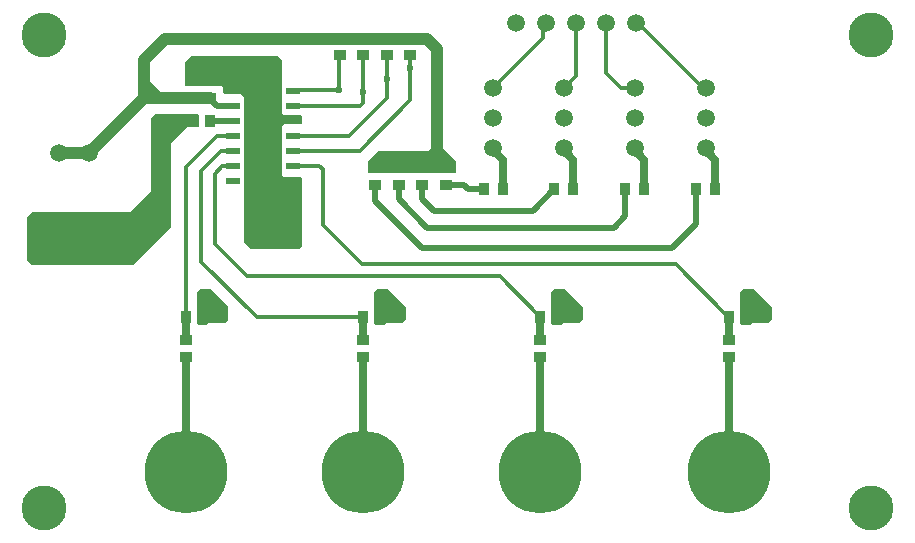
<source format=gtl>
G04*
G04 #@! TF.GenerationSoftware,Altium Limited,Altium Designer,25.6.2 (33)*
G04*
G04 Layer_Physical_Order=1*
G04 Layer_Color=255*
%FSLAX44Y44*%
%MOMM*%
G71*
G04*
G04 #@! TF.SameCoordinates,4775BEC2-559F-4D98-837A-9A644487F7FC*
G04*
G04*
G04 #@! TF.FilePolarity,Positive*
G04*
G01*
G75*
G04:AMPARAMS|DCode=14|XSize=0.8mm|YSize=0.95mm|CornerRadius=0.012mm|HoleSize=0mm|Usage=FLASHONLY|Rotation=270.000|XOffset=0mm|YOffset=0mm|HoleType=Round|Shape=RoundedRectangle|*
%AMROUNDEDRECTD14*
21,1,0.8000,0.9260,0,0,270.0*
21,1,0.7760,0.9500,0,0,270.0*
1,1,0.0240,-0.4630,-0.3880*
1,1,0.0240,-0.4630,0.3880*
1,1,0.0240,0.4630,0.3880*
1,1,0.0240,0.4630,-0.3880*
%
%ADD14ROUNDEDRECTD14*%
G04:AMPARAMS|DCode=15|XSize=0.8mm|YSize=0.95mm|CornerRadius=0.012mm|HoleSize=0mm|Usage=FLASHONLY|Rotation=180.000|XOffset=0mm|YOffset=0mm|HoleType=Round|Shape=RoundedRectangle|*
%AMROUNDEDRECTD15*
21,1,0.8000,0.9260,0,0,180.0*
21,1,0.7760,0.9500,0,0,180.0*
1,1,0.0240,-0.3880,0.4630*
1,1,0.0240,0.3880,0.4630*
1,1,0.0240,0.3880,-0.4630*
1,1,0.0240,-0.3880,-0.4630*
%
%ADD15ROUNDEDRECTD15*%
%ADD16R,0.9000X1.0000*%
G04:AMPARAMS|DCode=17|XSize=0.55mm|YSize=1.2mm|CornerRadius=0.0028mm|HoleSize=0mm|Usage=FLASHONLY|Rotation=90.000|XOffset=0mm|YOffset=0mm|HoleType=Round|Shape=RoundedRectangle|*
%AMROUNDEDRECTD17*
21,1,0.5500,1.1945,0,0,90.0*
21,1,0.5445,1.2000,0,0,90.0*
1,1,0.0055,0.5972,0.2723*
1,1,0.0055,0.5972,-0.2723*
1,1,0.0055,-0.5972,-0.2723*
1,1,0.0055,-0.5972,0.2723*
%
%ADD17ROUNDEDRECTD17*%
%ADD18C,7.0000*%
%ADD19C,1.5000*%
%ADD21C,0.3000*%
%ADD22C,0.5000*%
%ADD23C,1.0000*%
%ADD24C,0.7000*%
%ADD25C,3.8000*%
%ADD26C,0.6000*%
G36*
X251000Y429000D02*
Y384000D01*
X253000Y382000D01*
X267000Y382000D01*
X268000Y381000D01*
Y376000D01*
X267000Y375000D01*
X253000D01*
X251000Y373000D01*
Y332000D01*
X253000Y330000D01*
X267000D01*
X268000Y329000D01*
Y271000D01*
X266000Y269000D01*
X225000D01*
X219000Y275000D01*
Y398000D01*
X217000Y400000D01*
X203000D01*
X201000Y402000D01*
Y406000D01*
X200000Y407000D01*
X170000D01*
X169000Y408000D01*
Y427000D01*
X174000Y432000D01*
X248000D01*
X251000Y429000D01*
D02*
G37*
G36*
X181000Y382000D02*
Y373000D01*
X180000Y372000D01*
X171000D01*
X157000Y358000D01*
Y287000D01*
X125000Y255000D01*
X40000Y255000D01*
X35000Y260000D01*
X35000Y295000D01*
X40000Y300000D01*
X123000D01*
X140000Y317000D01*
Y379000D01*
X144000Y383000D01*
X180000D01*
X181000Y382000D01*
D02*
G37*
G36*
X206000Y220000D02*
Y209000D01*
X203000Y206000D01*
X189000D01*
X188000Y205000D01*
X180000D01*
X179000Y206000D01*
Y232000D01*
X182000Y235000D01*
X191000D01*
X206000Y220000D01*
D02*
G37*
G36*
X356000D02*
Y209000D01*
X353000Y206000D01*
X339000D01*
X338000Y205000D01*
X330000D01*
X329000Y206000D01*
Y232000D01*
X332000Y235000D01*
X341000D01*
X356000Y220000D01*
D02*
G37*
G36*
X390000Y352000D02*
Y352000D01*
X399000Y343000D01*
Y334000D01*
X398000Y333000D01*
X325000D01*
X324000Y334000D01*
Y343000D01*
X333000Y352000D01*
X375000D01*
X379000Y356000D01*
X386000D01*
X390000Y352000D01*
D02*
G37*
G36*
X506000Y220000D02*
Y209000D01*
X503000Y206000D01*
X489000D01*
X488000Y205000D01*
X480000D01*
X479000Y206000D01*
Y232000D01*
X482000Y235000D01*
X491000D01*
X506000Y220000D01*
D02*
G37*
G36*
X666000D02*
Y209000D01*
X663000Y206000D01*
X649000D01*
X648000Y205000D01*
X640000D01*
X639000Y206000D01*
Y232000D01*
X642000Y235000D01*
X651000D01*
X666000Y220000D01*
D02*
G37*
D14*
X630000Y192130D02*
D03*
Y177875D02*
D03*
X470000Y192130D02*
D03*
Y177875D02*
D03*
X320000Y192130D02*
D03*
Y177875D02*
D03*
X360000Y432875D02*
D03*
Y447130D02*
D03*
X340000Y432875D02*
D03*
Y447130D02*
D03*
X320000Y432875D02*
D03*
Y447130D02*
D03*
X300000Y432875D02*
D03*
Y447130D02*
D03*
X390000Y322870D02*
D03*
Y337125D02*
D03*
X370000Y322870D02*
D03*
Y337125D02*
D03*
X350000Y322870D02*
D03*
Y337125D02*
D03*
X330000Y322870D02*
D03*
Y337125D02*
D03*
X190000Y411130D02*
D03*
Y396875D02*
D03*
X175000Y411125D02*
D03*
Y396870D02*
D03*
X170000Y192130D02*
D03*
Y177875D02*
D03*
D15*
X629875Y211000D02*
D03*
X644130D02*
D03*
X469875D02*
D03*
X484130D02*
D03*
X319875D02*
D03*
X334130D02*
D03*
X190000Y377700D02*
D03*
X175745D02*
D03*
X169875Y211000D02*
D03*
X184130D02*
D03*
D16*
X618000Y320000D02*
D03*
X602000D02*
D03*
X558000D02*
D03*
X542000D02*
D03*
X498000D02*
D03*
X482000D02*
D03*
X438000D02*
D03*
X422000D02*
D03*
D17*
X209500Y403100D02*
D03*
Y365000D02*
D03*
X260500D02*
D03*
X209500Y377700D02*
D03*
X260500D02*
D03*
Y390400D02*
D03*
X209500Y352300D02*
D03*
Y339600D02*
D03*
Y326900D02*
D03*
X260500D02*
D03*
Y339600D02*
D03*
Y403100D02*
D03*
Y352300D02*
D03*
X209500Y390400D02*
D03*
D18*
X629960Y80000D02*
D03*
X319960D02*
D03*
X169960D02*
D03*
X469960D02*
D03*
D19*
X62300Y275000D02*
D03*
X87700D02*
D03*
Y350000D02*
D03*
X62300D02*
D03*
X610000Y380000D02*
D03*
X430000Y354600D02*
D03*
Y405400D02*
D03*
Y380000D02*
D03*
X490000Y354600D02*
D03*
Y405400D02*
D03*
Y380000D02*
D03*
X550000Y354600D02*
D03*
Y405400D02*
D03*
Y380000D02*
D03*
X610000Y354600D02*
D03*
Y405400D02*
D03*
X449200Y460000D02*
D03*
X474600D02*
D03*
X500000D02*
D03*
X525400D02*
D03*
X550800D02*
D03*
D21*
X334065Y211065D02*
X334130Y211000D01*
X334000Y225000D02*
X334065Y224935D01*
Y211065D02*
Y224935D01*
X435625Y246000D02*
X469875Y211750D01*
X194300Y273300D02*
X221600Y246000D01*
X435625D01*
X319000Y256000D02*
X584875D01*
X285900Y289100D02*
X319000Y256000D01*
X584875D02*
X626625Y214250D01*
X285900Y289100D02*
Y336500D01*
X644000Y225000D02*
X644130Y224870D01*
Y211000D02*
Y224870D01*
X484000Y225000D02*
X484130Y224870D01*
Y211000D02*
Y224870D01*
X184130Y211000D02*
Y224870D01*
X190000Y411130D02*
X190000Y411130D01*
X175000Y425000D02*
X175000Y425000D01*
X200757Y339263D02*
X209163D01*
X194300Y332805D02*
X200757Y339263D01*
X209163D02*
X209500Y339600D01*
X194300Y273300D02*
Y332805D01*
X199800Y352300D02*
X209500D01*
X182800Y335300D02*
X199800Y352300D01*
X182800Y258300D02*
X230100Y211000D01*
X182800Y258300D02*
Y335300D01*
X282800Y339600D02*
X285900Y336500D01*
X260500Y339600D02*
X282800D01*
X260500Y390400D02*
X317300D01*
X319900Y393000D02*
Y401800D01*
X317300Y390400D02*
X319900Y393000D01*
X525400Y418300D02*
Y460000D01*
Y418300D02*
X538000Y405700D01*
X549700D01*
X550000Y405400D01*
X500000Y415400D02*
Y460000D01*
X490000Y405400D02*
X500000Y415400D01*
X607700Y405400D02*
X610000D01*
X553100Y460000D02*
X607700Y405400D01*
X550800Y460000D02*
X553100D01*
X472600Y458000D02*
X474600Y460000D01*
X472600Y448000D02*
Y458000D01*
X430000Y405400D02*
X472600Y448000D01*
X260500Y352300D02*
X317100D01*
X360000Y395200D02*
Y422400D01*
X317100Y352300D02*
X360000Y395200D01*
X260500Y365000D02*
X308400D01*
X340000Y396600D02*
Y412700D01*
X308400Y365000D02*
X340000Y396600D01*
X320000Y401800D02*
Y432875D01*
X360000Y422400D02*
Y432875D01*
X340000Y412700D02*
Y432875D01*
X260500Y403100D02*
X260700Y403300D01*
X299600D01*
X299800Y403500D01*
Y432675D01*
X300000Y432875D01*
X629938Y210938D02*
Y211688D01*
X627375Y214250D02*
X629938Y211688D01*
X626625Y214250D02*
X627375D01*
X469875Y211000D02*
Y211750D01*
X319875Y211000D02*
X319937Y210938D01*
X230100Y211000D02*
X319875D01*
X196200Y365000D02*
X209500D01*
X169875Y338675D02*
X196200Y365000D01*
X169875Y211000D02*
Y338675D01*
X469875Y211000D02*
X469938Y210938D01*
Y192192D02*
X470000Y192130D01*
X319937Y192192D02*
X320000Y192130D01*
D22*
X542000Y296600D02*
Y320000D01*
X532300Y286900D02*
X542000Y296600D01*
X374300Y286900D02*
X532300D01*
X350000Y311200D02*
X374300Y286900D01*
X350000Y311200D02*
Y322870D01*
X601900Y319900D02*
X602000Y320000D01*
X601900Y290400D02*
Y319900D01*
X581500Y270000D02*
X601900Y290400D01*
X369600Y270000D02*
X581500D01*
X330000Y309600D02*
X369600Y270000D01*
X330000Y309600D02*
Y322870D01*
X482000Y319500D02*
Y320000D01*
X463800Y301300D02*
X482000Y319500D01*
X379900Y301300D02*
X463800D01*
X370000Y311200D02*
X379900Y301300D01*
X370000Y311200D02*
Y322870D01*
X421900Y319900D02*
X422000Y320000D01*
X408400Y319900D02*
X421900D01*
X405430Y322870D02*
X408400Y319900D01*
X390000Y322870D02*
X405430D01*
X190000Y377700D02*
X209500D01*
X190000Y396875D02*
X190750D01*
X192250Y395375D01*
Y394625D02*
Y395375D01*
Y394625D02*
X196475Y390400D01*
X209500D01*
D23*
X382875Y344250D02*
Y438055D01*
X134575Y396875D02*
X146500D01*
X174995D01*
X134575Y408800D02*
X146500Y396875D01*
X134575Y408800D02*
Y429175D01*
X373800Y447130D02*
X382875Y438055D01*
X175000Y396875D02*
X190000D01*
X340000Y447130D02*
X360000D01*
X320000D02*
X340000D01*
X300000D02*
X320000D01*
X360000D02*
X373800D01*
X152530D02*
X300000D01*
X134575Y429175D02*
X152530Y447130D01*
X134575Y396875D02*
Y408800D01*
X87700Y350000D02*
X134575Y396875D01*
X62300Y350000D02*
X87700D01*
D24*
X610000Y352435D02*
Y354600D01*
Y352435D02*
X618000Y344435D01*
Y320000D02*
Y344435D01*
X550000Y352435D02*
Y354600D01*
Y352435D02*
X558000Y344435D01*
Y320000D02*
Y344435D01*
X490000Y352435D02*
Y354600D01*
Y352435D02*
X498000Y344435D01*
Y320000D02*
Y344435D01*
X430000Y352435D02*
Y354600D01*
Y352435D02*
X438000Y344435D01*
Y320000D02*
Y344435D01*
X629938Y192192D02*
Y210938D01*
Y192192D02*
X630000Y192130D01*
X469938Y192192D02*
Y210938D01*
X319937Y192192D02*
Y210938D01*
X169875Y211000D02*
X169937Y210938D01*
Y192192D02*
Y210938D01*
Y192192D02*
X170000Y192130D01*
X629960Y80000D02*
X629980Y80020D01*
Y177855D01*
X630000Y177875D01*
X469960Y80000D02*
X469980Y80020D01*
Y177855D01*
X470000Y177875D01*
X319960Y80000D02*
X319980Y80020D01*
Y177855D01*
X320000Y177875D01*
X169960Y80000D02*
X169980Y80020D01*
Y177855D01*
X170000Y177875D01*
D25*
X50000Y450000D02*
D03*
X750000D02*
D03*
X50000Y50000D02*
D03*
X750000D02*
D03*
D26*
X230000Y280000D02*
D03*
X245000D02*
D03*
X260000D02*
D03*
Y295000D02*
D03*
X245000D02*
D03*
X230000D02*
D03*
Y310000D02*
D03*
X245000D02*
D03*
X260000D02*
D03*
X150000Y355000D02*
D03*
Y340000D02*
D03*
Y325000D02*
D03*
Y310000D02*
D03*
X140000Y300000D02*
D03*
Y285000D02*
D03*
X125000D02*
D03*
Y270000D02*
D03*
X110000D02*
D03*
Y285000D02*
D03*
X235000Y425000D02*
D03*
X220000D02*
D03*
X205000D02*
D03*
X190000D02*
D03*
X175000D02*
D03*
X654000Y225000D02*
D03*
Y215000D02*
D03*
X494000Y225000D02*
D03*
Y215000D02*
D03*
X334000Y225000D02*
D03*
X344000D02*
D03*
Y215000D02*
D03*
X194000D02*
D03*
Y225000D02*
D03*
X644000D02*
D03*
X484000D02*
D03*
X184130Y224870D02*
D03*
X360000Y422400D02*
D03*
X340000Y412700D02*
D03*
X319900Y401800D02*
D03*
X299800Y403500D02*
D03*
M02*

</source>
